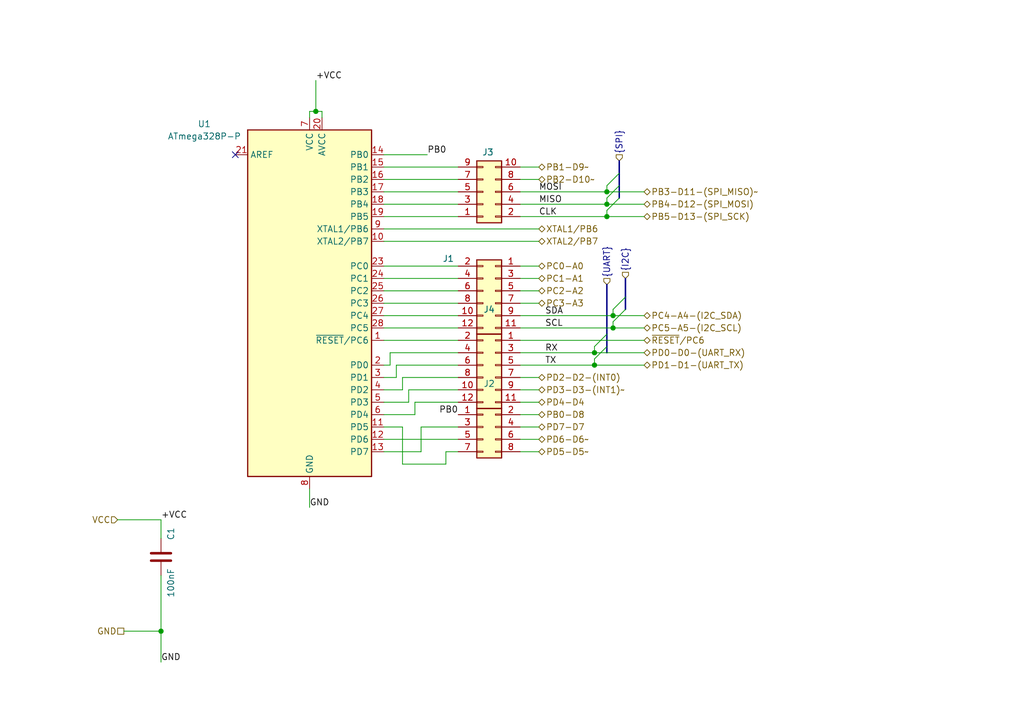
<source format=kicad_sch>
(kicad_sch (version 20231120) (generator "eeschema") (generator_version "8.0")
  (paper "A5")
  (title_block (title "MCU interfaces") (date "2024-04-17") (rev "1.0"))
  (lib_symbols
    (symbol "Connector_Generic:Conn_02x04_Odd_Even" (pin_names (offset 1.016) hide)
      (property "Reference" "J" (at 1.27 5.08 0))
      (property "Value" "Conn_02x04_Odd_Even" (at 1.27 -7.62 0))
      (symbol "Conn_02x04_Odd_Even_1_1"
        (rectangle (start -1.27 -4.953) (end 0 -5.207) (stroke (width 0.1524)))
        (rectangle (start -1.27 -2.413) (end 0 -2.667) (stroke (width 0.1524)))
        (rectangle (start -1.27 0.127) (end 0 -0.127) (stroke (width 0.1524)))
        (rectangle (start -1.27 2.667) (end 0 2.413) (stroke (width 0.1524)))
        (rectangle (start -1.27 3.81) (end 3.81 -6.35) (stroke (width 0.254)) (fill (type background)))
        (rectangle (start 3.81 -4.953) (end 2.54 -5.207) (stroke (width 0.1524)))
        (rectangle (start 3.81 -2.413) (end 2.54 -2.667) (stroke (width 0.1524)))
        (rectangle (start 3.81 0.127) (end 2.54 -0.127) (stroke (width 0.1524)))
        (rectangle (start 3.81 2.667) (end 2.54 2.413) (stroke (width 0.1524)))
        (pin passive line (at -5.08 2.54 0) (length 3.81) (name "Pin_1") (number "1"))
        (pin passive line (at 7.62 2.54 180) (length 3.81) (name "Pin_2") (number "2"))
        (pin passive line (at -5.08 0 0) (length 3.81) (name "Pin_3") (number "3"))
        (pin passive line (at 7.62 0 180) (length 3.81) (name "Pin_4") (number "4"))
        (pin passive line (at -5.08 -2.54 0) (length 3.81) (name "Pin_5") (number "5"))
        (pin passive line (at 7.62 -2.54 180) (length 3.81) (name "Pin_6") (number "6"))
        (pin passive line (at -5.08 -5.08 0) (length 3.81) (name "Pin_7") (number "7"))
        (pin passive line (at 7.62 -5.08 180) (length 3.81) (name "Pin_8") (number "8"))
      )
    )
    (symbol "Connector_Generic:Conn_02x05_Odd_Even" (pin_names (offset 1.016) hide)
      (property "Reference" "J" (at 1.27 7.62 0))
      (property "Value" "Conn_02x05_Odd_Even" (at 1.27 -7.62 0))
      (symbol "Conn_02x05_Odd_Even_1_1"
        (rectangle (start -1.27 -4.953) (end 0 -5.207) (stroke (width 0.1524)))
        (rectangle (start -1.27 -2.413) (end 0 -2.667) (stroke (width 0.1524)))
        (rectangle (start -1.27 0.127) (end 0 -0.127) (stroke (width 0.1524)))
        (rectangle (start -1.27 2.667) (end 0 2.413) (stroke (width 0.1524)))
        (rectangle (start -1.27 5.207) (end 0 4.953) (stroke (width 0.1524)))
        (rectangle (start -1.27 6.35) (end 3.81 -6.35) (stroke (width 0.254)) (fill (type background)))
        (rectangle (start 3.81 -4.953) (end 2.54 -5.207) (stroke (width 0.1524)))
        (rectangle (start 3.81 -2.413) (end 2.54 -2.667) (stroke (width 0.1524)))
        (rectangle (start 3.81 0.127) (end 2.54 -0.127) (stroke (width 0.1524)))
        (rectangle (start 3.81 2.667) (end 2.54 2.413) (stroke (width 0.1524)))
        (rectangle (start 3.81 5.207) (end 2.54 4.953) (stroke (width 0.1524)))
        (pin passive line (at -5.08 5.08 0) (length 3.81) (name "Pin_1") (number "1"))
        (pin passive line (at 7.62 -5.08 180) (length 3.81) (name "Pin_10") (number "10"))
        (pin passive line (at 7.62 5.08 180) (length 3.81) (name "Pin_2") (number "2"))
        (pin passive line (at -5.08 2.54 0) (length 3.81) (name "Pin_3") (number "3"))
        (pin passive line (at 7.62 2.54 180) (length 3.81) (name "Pin_4") (number "4"))
        (pin passive line (at -5.08 0 0) (length 3.81) (name "Pin_5") (number "5"))
        (pin passive line (at 7.62 0 180) (length 3.81) (name "Pin_6") (number "6"))
        (pin passive line (at -5.08 -2.54 0) (length 3.81) (name "Pin_7") (number "7"))
        (pin passive line (at 7.62 -2.54 180) (length 3.81) (name "Pin_8") (number "8"))
        (pin passive line (at -5.08 -5.08 0) (length 3.81) (name "Pin_9") (number "9"))
      )
    )
    (symbol "Connector_Generic:Conn_02x06_Odd_Even" (pin_names (offset 1.016) hide)
      (property "Reference" "J" (at 1.27 7.62 0))
      (property "Value" "Conn_02x06_Odd_Even" (at 1.27 -10.16 0))
      (symbol "Conn_02x06_Odd_Even_1_1"
        (rectangle (start -1.27 -7.493) (end 0 -7.747) (stroke (width 0.1524)))
        (rectangle (start -1.27 -4.953) (end 0 -5.207) (stroke (width 0.1524)))
        (rectangle (start -1.27 -2.413) (end 0 -2.667) (stroke (width 0.1524)))
        (rectangle (start -1.27 0.127) (end 0 -0.127) (stroke (width 0.1524)))
        (rectangle (start -1.27 2.667) (end 0 2.413) (stroke (width 0.1524)))
        (rectangle (start -1.27 5.207) (end 0 4.953) (stroke (width 0.1524)))
        (rectangle (start -1.27 6.35) (end 3.81 -8.89) (stroke (width 0.254)) (fill (type background)))
        (rectangle (start 3.81 -7.493) (end 2.54 -7.747) (stroke (width 0.1524)))
        (rectangle (start 3.81 -4.953) (end 2.54 -5.207) (stroke (width 0.1524)))
        (rectangle (start 3.81 -2.413) (end 2.54 -2.667) (stroke (width 0.1524)))
        (rectangle (start 3.81 0.127) (end 2.54 -0.127) (stroke (width 0.1524)))
        (rectangle (start 3.81 2.667) (end 2.54 2.413) (stroke (width 0.1524)))
        (rectangle (start 3.81 5.207) (end 2.54 4.953) (stroke (width 0.1524)))
        (pin passive line (at -5.08 5.08 0) (length 3.81) (name "Pin_1") (number "1"))
        (pin passive line (at 7.62 -5.08 180) (length 3.81) (name "Pin_10") (number "10"))
        (pin passive line (at -5.08 -7.62 0) (length 3.81) (name "Pin_11") (number "11"))
        (pin passive line (at 7.62 -7.62 180) (length 3.81) (name "Pin_12") (number "12"))
        (pin passive line (at 7.62 5.08 180) (length 3.81) (name "Pin_2") (number "2"))
        (pin passive line (at -5.08 2.54 0) (length 3.81) (name "Pin_3") (number "3"))
        (pin passive line (at 7.62 2.54 180) (length 3.81) (name "Pin_4") (number "4"))
        (pin passive line (at -5.08 0 0) (length 3.81) (name "Pin_5") (number "5"))
        (pin passive line (at 7.62 0 180) (length 3.81) (name "Pin_6") (number "6"))
        (pin passive line (at -5.08 -2.54 0) (length 3.81) (name "Pin_7") (number "7"))
        (pin passive line (at 7.62 -2.54 180) (length 3.81) (name "Pin_8") (number "8"))
        (pin passive line (at -5.08 -5.08 0) (length 3.81) (name "Pin_9") (number "9"))
      )
    )
    (symbol "Device:C" (pin_numbers hide) (pin_names (offset 0.254))
      (property "Reference" "C" (at 0.635 2.54 0))
      (property "Value" "C" (at 0.635 -2.54 0))
      (symbol "C_0_1"
        (polyline (pts (xy -2.032 -0.762) (xy 2.032 -0.762)) (stroke (width 0.508)))
        (polyline (pts (xy -2.032 0.762) (xy 2.032 0.762)) (stroke (width 0.508)))
      )
      (symbol "C_1_1"
        (pin passive line (at 0 3.81 270) (length 2.794) (name "~") (number "1"))
        (pin passive line (at 0 -3.81 90) (length 2.794) (name "~") (number "2"))
      )
    )
    (symbol "MCU_Microchip_ATmega:ATmega328P-P"
      (property "Reference" "U" (at -12.7 36.83 0))
      (property "Value" "ATmega328P-P" (at 2.54 -36.83 0))
      (symbol "ATmega328P-P_0_1"
        (rectangle (start -12.7 -35.56) (end 12.7 35.56) (stroke (width 0.254)) (fill (type background)))
      )
      (symbol "ATmega328P-P_1_1"
        (pin bidirectional line (at 15.24 -7.62 180) (length 2.54) (name "~{RESET}/PC6") (number "1"))
        (pin bidirectional line (at 15.24 12.7 180) (length 2.54) (name "XTAL2/PB7") (number "10"))
        (pin bidirectional line (at 15.24 -25.4 180) (length 2.54) (name "PD5") (number "11"))
        (pin bidirectional line (at 15.24 -27.94 180) (length 2.54) (name "PD6") (number "12"))
        (pin bidirectional line (at 15.24 -30.48 180) (length 2.54) (name "PD7") (number "13"))
        (pin bidirectional line (at 15.24 30.48 180) (length 2.54) (name "PB0") (number "14"))
        (pin bidirectional line (at 15.24 27.94 180) (length 2.54) (name "PB1") (number "15"))
        (pin bidirectional line (at 15.24 25.4 180) (length 2.54) (name "PB2") (number "16"))
        (pin bidirectional line (at 15.24 22.86 180) (length 2.54) (name "PB3") (number "17"))
        (pin bidirectional line (at 15.24 20.32 180) (length 2.54) (name "PB4") (number "18"))
        (pin bidirectional line (at 15.24 17.78 180) (length 2.54) (name "PB5") (number "19"))
        (pin bidirectional line (at 15.24 -12.7 180) (length 2.54) (name "PD0") (number "2"))
        (pin power_in line (at 2.54 38.1 270) (length 2.54) (name "AVCC") (number "20"))
        (pin passive line (at -15.24 30.48 0) (length 2.54) (name "AREF") (number "21"))
        (pin passive line (at 0 -38.1 90) (length 2.54) hide (name "GND") (number "22"))
        (pin bidirectional line (at 15.24 7.62 180) (length 2.54) (name "PC0") (number "23"))
        (pin bidirectional line (at 15.24 5.08 180) (length 2.54) (name "PC1") (number "24"))
        (pin bidirectional line (at 15.24 2.54 180) (length 2.54) (name "PC2") (number "25"))
        (pin bidirectional line (at 15.24 0 180) (length 2.54) (name "PC3") (number "26"))
        (pin bidirectional line (at 15.24 -2.54 180) (length 2.54) (name "PC4") (number "27"))
        (pin bidirectional line (at 15.24 -5.08 180) (length 2.54) (name "PC5") (number "28"))
        (pin bidirectional line (at 15.24 -15.24 180) (length 2.54) (name "PD1") (number "3"))
        (pin bidirectional line (at 15.24 -17.78 180) (length 2.54) (name "PD2") (number "4"))
        (pin bidirectional line (at 15.24 -20.32 180) (length 2.54) (name "PD3") (number "5"))
        (pin bidirectional line (at 15.24 -22.86 180) (length 2.54) (name "PD4") (number "6"))
        (pin power_in line (at 0 38.1 270) (length 2.54) (name "VCC") (number "7"))
        (pin power_in line (at 0 -38.1 90) (length 2.54) (name "GND") (number "8"))
        (pin bidirectional line (at 15.24 15.24 180) (length 2.54) (name "XTAL1/PB6") (number "9"))
      )
    )
  )
  (junction (at 124.46 39.37))
  (junction (at 64.77 22.86))
  (junction (at 124.46 44.45))
  (junction (at 121.92 74.93))
  (junction (at 124.46 41.91))
  (junction (at 33.02 129.54))
  (junction (at 121.92 72.39))
  (junction (at 125.73 67.31))
  (junction (at 125.73 64.77))
  (no_connect (at 48.26 31.75))
  (bus_entry (at 124.46 40.64) (size 2.54 -2.54))
  (bus_entry (at 125.73 63.5) (size 2.54 -2.54))
  (bus_entry (at 124.46 43.18) (size 2.54 -2.54))
  (bus_entry (at 124.46 38.1) (size 2.54 -2.54))
  (bus_entry (at 125.73 66.04) (size 2.54 -2.54))
  (bus_entry (at 124.46 71.12) (size -2.54 2.54))
  (bus_entry (at 124.46 68.58) (size -2.54 2.54))
  (wire (pts (xy 78.74 39.37) (xy 93.98 39.37)))
  (wire (pts (xy 78.74 46.99) (xy 110.49 46.99)))
  (wire (pts (xy 106.68 90.17) (xy 110.49 90.17)))
  (wire (pts (xy 125.73 67.31) (xy 132.08 67.31)))
  (wire (pts (xy 78.74 54.61) (xy 93.98 54.61)))
  (wire (pts (xy 78.74 36.83) (xy 93.98 36.83)))
  (wire (pts (xy 106.68 59.69) (xy 110.49 59.69)))
  (wire (pts (xy 106.68 85.09) (xy 110.49 85.09)))
  (wire (pts (xy 78.74 92.71) (xy 86.36 92.71)))
  (wire (pts (xy 25.4 129.54) (xy 33.02 129.54)))
  (wire (pts (xy 106.68 67.31) (xy 125.73 67.31)))
  (wire (pts (xy 82.55 87.63) (xy 82.55 95.25)))
  (wire (pts (xy 66.04 22.86) (xy 66.04 24.13)))
  (wire (pts (xy 78.74 49.53) (xy 110.49 49.53)))
  (bus (pts (xy 128.27 60.96) (xy 128.27 63.5)))
  (wire (pts (xy 78.74 90.17) (xy 93.98 90.17)))
  (wire (pts (xy 78.74 67.31) (xy 93.98 67.31)))
  (wire (pts (xy 106.68 62.23) (xy 110.49 62.23)))
  (wire (pts (xy 106.68 72.39) (xy 121.92 72.39)))
  (wire (pts (xy 78.74 34.29) (xy 93.98 34.29)))
  (wire (pts (xy 106.68 36.83) (xy 110.49 36.83)))
  (wire (pts (xy 78.74 87.63) (xy 82.55 87.63)))
  (wire (pts (xy 63.5 22.86) (xy 64.77 22.86)))
  (wire (pts (xy 106.68 77.47) (xy 110.49 77.47)))
  (wire (pts (xy 86.36 87.63) (xy 93.98 87.63)))
  (wire (pts (xy 80.01 72.39) (xy 93.98 72.39)))
  (wire (pts (xy 83.82 80.01) (xy 93.98 80.01)))
  (wire (pts (xy 78.74 85.09) (xy 85.09 85.09)))
  (wire (pts (xy 78.74 41.91) (xy 93.98 41.91)))
  (wire (pts (xy 106.68 92.71) (xy 110.49 92.71)))
  (wire (pts (xy 81.28 74.93) (xy 93.98 74.93)))
  (wire (pts (xy 85.09 85.09) (xy 85.09 82.55)))
  (wire (pts (xy 78.74 80.01) (xy 82.55 80.01)))
  (wire (pts (xy 124.46 44.45) (xy 132.08 44.45)))
  (wire (pts (xy 78.74 31.75) (xy 87.63 31.75)))
  (wire (pts (xy 121.92 73.66) (xy 121.92 74.93)))
  (wire (pts (xy 63.5 104.14) (xy 63.5 100.33)))
  (bus (pts (xy 124.46 58.42) (xy 124.46 68.58)))
  (wire (pts (xy 33.02 129.54) (xy 33.02 135.89)))
  (wire (pts (xy 78.74 62.23) (xy 93.98 62.23)))
  (wire (pts (xy 106.68 87.63) (xy 110.49 87.63)))
  (wire (pts (xy 86.36 92.71) (xy 86.36 87.63)))
  (wire (pts (xy 33.02 106.68) (xy 33.02 110.49)))
  (wire (pts (xy 33.02 118.11) (xy 33.02 129.54)))
  (wire (pts (xy 85.09 82.55) (xy 93.98 82.55)))
  (wire (pts (xy 121.92 74.93) (xy 132.08 74.93)))
  (wire (pts (xy 106.68 39.37) (xy 124.46 39.37)))
  (wire (pts (xy 124.46 41.91) (xy 132.08 41.91)))
  (wire (pts (xy 78.74 69.85) (xy 93.98 69.85)))
  (bus (pts (xy 124.46 71.12) (xy 124.46 72.39)))
  (wire (pts (xy 106.68 69.85) (xy 132.08 69.85)))
  (wire (pts (xy 78.74 64.77) (xy 93.98 64.77)))
  (wire (pts (xy 106.68 80.01) (xy 110.49 80.01)))
  (wire (pts (xy 78.74 59.69) (xy 93.98 59.69)))
  (wire (pts (xy 124.46 39.37) (xy 132.08 39.37)))
  (wire (pts (xy 78.74 74.93) (xy 80.01 74.93)))
  (wire (pts (xy 64.77 22.86) (xy 66.04 22.86)))
  (wire (pts (xy 106.68 54.61) (xy 110.49 54.61)))
  (wire (pts (xy 82.55 95.25) (xy 91.44 95.25)))
  (wire (pts (xy 106.68 82.55) (xy 110.49 82.55)))
  (wire (pts (xy 82.55 80.01) (xy 82.55 77.47)))
  (wire (pts (xy 82.55 77.47) (xy 93.98 77.47)))
  (wire (pts (xy 106.68 57.15) (xy 110.49 57.15)))
  (bus (pts (xy 127 35.56) (xy 127 38.1)))
  (wire (pts (xy 63.5 22.86) (xy 63.5 24.13)))
  (wire (pts (xy 106.68 41.91) (xy 124.46 41.91)))
  (wire (pts (xy 80.01 74.93) (xy 80.01 72.39)))
  (bus (pts (xy 127 38.1) (xy 127 40.64)))
  (bus (pts (xy 128.27 57.15) (xy 128.27 60.96)))
  (wire (pts (xy 125.73 64.77) (xy 132.08 64.77)))
  (wire (pts (xy 78.74 82.55) (xy 83.82 82.55)))
  (wire (pts (xy 83.82 82.55) (xy 83.82 80.01)))
  (wire (pts (xy 124.46 40.64) (xy 124.46 41.91)))
  (wire (pts (xy 124.46 38.1) (xy 124.46 39.37)))
  (wire (pts (xy 124.46 43.18) (xy 124.46 44.45)))
  (wire (pts (xy 64.77 16.51) (xy 64.77 22.86)))
  (bus (pts (xy 127 33.02) (xy 127 35.56)))
  (wire (pts (xy 78.74 57.15) (xy 93.98 57.15)))
  (wire (pts (xy 91.44 92.71) (xy 93.98 92.71)))
  (bus (pts (xy 124.46 68.58) (xy 124.46 71.12)))
  (wire (pts (xy 78.74 44.45) (xy 93.98 44.45)))
  (wire (pts (xy 91.44 95.25) (xy 91.44 92.71)))
  (wire (pts (xy 24.13 106.68) (xy 33.02 106.68)))
  (wire (pts (xy 81.28 77.47) (xy 81.28 74.93)))
  (wire (pts (xy 106.68 74.93) (xy 121.92 74.93)))
  (wire (pts (xy 125.73 63.5) (xy 125.73 64.77)))
  (wire (pts (xy 106.68 64.77) (xy 125.73 64.77)))
  (wire (pts (xy 106.68 44.45) (xy 124.46 44.45)))
  (wire (pts (xy 125.73 66.04) (xy 125.73 67.31)))
  (wire (pts (xy 121.92 72.39) (xy 132.08 72.39)))
  (wire (pts (xy 121.92 71.12) (xy 121.92 72.39)))
  (wire (pts (xy 106.68 34.29) (xy 110.49 34.29)))
  (wire (pts (xy 78.74 77.47) (xy 81.28 77.47)))
  (label "SCL" (at 111.76 67.31 0))
  (label "PB0" (at 93.98 85.09 180))
  (label "RX" (at 111.76 72.39 0))
  (label "MISO" (at 110.49 41.91 0))
  (label "GND" (at 33.02 135.89 0))
  (label "MOSI" (at 110.49 39.37 0))
  (label "CLK" (at 110.49 44.45 0))
  (label "SDA" (at 111.76 64.77 0))
  (label "+VCC" (at 64.77 16.51 0))
  (label "PB0" (at 87.63 31.75 0))
  (label "TX" (at 111.76 74.93 0))
  (label "+VCC" (at 33.02 106.68 0))
  (label "GND" (at 63.5 104.14 0))
  (hierarchical_label "PB0-D8" (shape bidirectional) (at 110.49 85.09 0))
  (hierarchical_label "GND" (shape passive) (at 25.4 129.54 180))
  (hierarchical_label "PC4-A4-(I2C_SDA)" (shape bidirectional) (at 132.08 64.77 0))
  (hierarchical_label "PC1-A1" (shape bidirectional) (at 110.49 57.15 0))
  (hierarchical_label "PB1-D9~" (shape bidirectional) (at 110.49 34.29 0))
  (hierarchical_label "PD5-D5~" (shape bidirectional) (at 110.49 92.71 0))
  (hierarchical_label "PC2-A2" (shape bidirectional) (at 110.49 59.69 0))
  (hierarchical_label "PD0-D0-(UART_RX)" (shape bidirectional) (at 132.08 72.39 0))
  (hierarchical_label "{SPI}" (shape input) (at 127 33.02 90))
  (hierarchical_label "PC5-A5-(I2C_SCL)" (shape bidirectional) (at 132.08 67.31 0))
  (hierarchical_label "PB4-D12-(SPI_MOSI)" (shape bidirectional) (at 132.08 41.91 0))
  (hierarchical_label "PC3-A3" (shape bidirectional) (at 110.49 62.23 0))
  (hierarchical_label "XTAL1/PB6" (shape bidirectional) (at 110.49 46.99 0))
  (hierarchical_label "PB2-D10~" (shape bidirectional) (at 110.49 36.83 0))
  (hierarchical_label "PB5-D13-(SPI_SCK)" (shape bidirectional) (at 132.08 44.45 0))
  (hierarchical_label "PD6-D6~" (shape bidirectional) (at 110.49 90.17 0))
  (hierarchical_label "PD2-D2-(INT0)" (shape bidirectional) (at 110.49 77.47 0))
  (hierarchical_label "PC0-A0" (shape bidirectional) (at 110.49 54.61 0))
  (hierarchical_label "{UART}" (shape input) (at 124.46 58.42 90))
  (hierarchical_label "PD7-D7" (shape bidirectional) (at 110.49 87.63 0))
  (hierarchical_label "PD4-D4" (shape bidirectional) (at 110.49 82.55 0))
  (hierarchical_label "PD1-D1-(UART_TX)" (shape bidirectional) (at 132.08 74.93 0))
  (hierarchical_label "PD3-D3-(INT1)~" (shape bidirectional) (at 110.49 80.01 0))
  (hierarchical_label "XTAL2/PB7" (shape bidirectional) (at 110.49 49.53 0))
  (hierarchical_label "PB3-D11-(SPI_MISO)~" (shape bidirectional) (at 132.08 39.37 0))
  (hierarchical_label "~{RESET}/PC6" (shape bidirectional) (at 132.08 69.85 0))
  (hierarchical_label "{I2C}" (shape input) (at 128.27 57.15 90))
  (hierarchical_label "VCC" (shape input) (at 24.13 106.68 180))
  (symbol (lib_id "Connector_Generic:Conn_02x06_Odd_Even") (at 101.6 59.69 0) (mirror y) (unit 1)
    (property "Reference" "J3" (at 100.076 31.242 0))
    (property "Value" "Conn_02x06_Odd_Even" (effects (hide yes)))
    (property "Footprint" "Connector_PinHeader_2.54mm:PinHeader_2x06_P2.54mm_Vertical" (effects (hide yes)))
    (property "Description" "Generic connector, double row, 02x06, odd/even pin numbering scheme (row 1 odd numbers, row 2 even numbers), script generated (kicad-library-utils/schlib/autogen/connector/)" (effects (hide yes)))
    (instances (project "Weather" (path "" (reference "J3") (unit 1))) (project "Tracker" (path "" (reference "J20") (unit 1))))
  )
  (symbol (lib_id "Connector_Generic:Conn_02x05_Odd_Even") (at 99.06 39.37 0) (mirror x) (unit 1)
    (property "Reference" "J1" (at 91.948 53.086 0))
    (property "Value" "Conn_02x05_Odd_Even" (effects (hide yes)))
    (property "Footprint" "Connector_PinHeader_2.54mm:PinHeader_2x05_P2.54mm_Vertical" (effects (hide yes)))
    (property "Description" "Generic connector, double row, 02x05, odd/even pin numbering scheme (row 1 odd numbers, row 2 even numbers), script generated (kicad-library-utils/schlib/autogen/connector/)" (effects (hide yes)))
    (instances (project "Weather" (path "" (reference "J1") (unit 1))) (project "Tracker" (path "" (reference "J11") (unit 1))))
  )
  (symbol (lib_id "MCU_Microchip_ATmega:ATmega328P-P") (at 63.5 62.23 0) (unit 1) (exclude_from_sim yes)
    (property "Reference" "U1" (at 41.91 25.4314 0))
    (property "Value" "ATmega328P-P" (at 41.91 27.9714 0))
    (property "Footprint" "Package_DIP:DIP-28_W7.62mm_Socket" (effects (hide yes)))
    (property "Datasheet" "http://ww1.microchip.com/downloads/en/DeviceDoc/ATmega328_P%20AVR%20MCU%20with%20picoPower%20Technology%20Data%20Sheet%2040001984A.pdf" (effects (hide yes)))
    (instances (project "Weather" (path "" (reference "U1") (unit 1))) (project "Tracker" (path "" (reference "U9") (unit 1))))
  )
  (symbol (lib_id "Connector_Generic:Conn_02x04_Odd_Even") (at 99.06 87.63 0) (unit 1)
    (property "Reference" "J2" (at 100.33 78.74 0))
    (property "Value" "Conn_02x04_Odd_Even" (effects (hide yes)))
    (property "Footprint" "Connector_PinHeader_2.54mm:PinHeader_2x04_P2.54mm_Vertical" (effects (hide yes)))
    (property "Description" "Generic connector, double row, 02x04, odd/even pin numbering scheme (row 1 odd numbers, row 2 even numbers), script generated (kicad-library-utils/schlib/autogen/connector/)" (effects (hide yes)))
    (instances (project "Weather" (path "" (reference "J2") (unit 1))) (project "Tracker" (path "" (reference "J22") (unit 1))))
  )
  (symbol (lib_id "Device:C") (at 33.02 114.3 180) (unit 1)
    (property "Reference" "C1" (at 35.052 108.204 90) (effects (justify left)))
    (property "Value" "100nF" (at 35.052 116.586 90) (effects (justify left)))
    (property "Footprint" "Capacitor_THT:C_Radial_D5.0mm_H11.0mm_P2.00mm" (effects (hide yes)))
  )
  (symbol (lib_id "Connector_Generic:Conn_02x06_Odd_Even") (at 101.6 74.93 0) (mirror y) (unit 1)
    (property "Reference" "J4" (at 100.33 63.5 0))
    (property "Value" "Conn_02x06_Odd_Even" (effects (hide yes)))
    (property "Footprint" "Connector_PinHeader_2.54mm:PinHeader_2x06_P2.54mm_Vertical" (effects (hide yes)))
    (property "Description" "Generic connector, double row, 02x06, odd/even pin numbering scheme (row 1 odd numbers, row 2 even numbers), script generated (kicad-library-utils/schlib/autogen/connector/)" (effects (hide yes)))
    (instances (project "Weather" (path "" (reference "J4") (unit 1))) (project "Tracker" (path "" (reference "J12") (unit 1))))
  )
)
</source>
